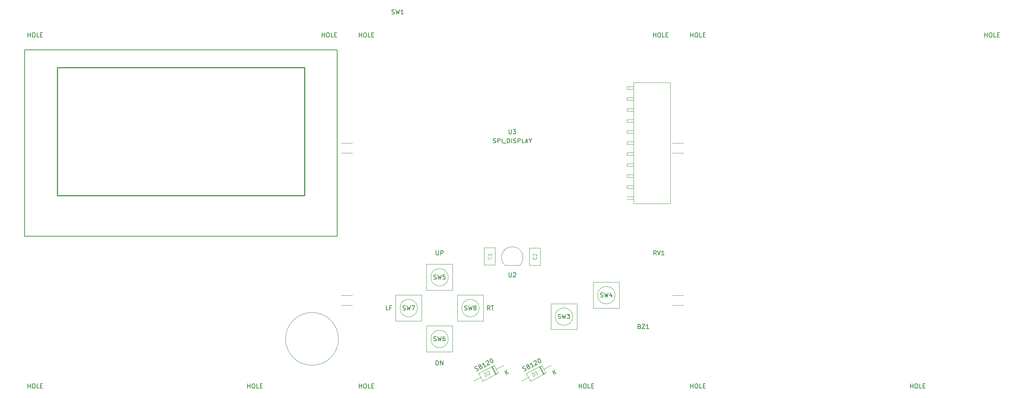
<source format=gbr>
G04 #@! TF.GenerationSoftware,KiCad,Pcbnew,(5.1.9-0-10_14)*
G04 #@! TF.CreationDate,2021-02-12T07:08:18-08:00*
G04 #@! TF.ProjectId,system,73797374-656d-42e6-9b69-6361645f7063,1.0-dev2*
G04 #@! TF.SameCoordinates,Original*
G04 #@! TF.FileFunction,Other,Fab,Top*
%FSLAX46Y46*%
G04 Gerber Fmt 4.6, Leading zero omitted, Abs format (unit mm)*
G04 Created by KiCad (PCBNEW (5.1.9-0-10_14)) date 2021-02-12 07:08:18*
%MOMM*%
%LPD*%
G01*
G04 APERTURE LIST*
%ADD10C,0.120000*%
%ADD11C,0.150000*%
%ADD12C,0.250000*%
%ADD13C,0.100000*%
G04 APERTURE END LIST*
D10*
X99635500Y-140208000D02*
G75*
G03*
X99635500Y-140208000I-6100000J0D01*
G01*
D11*
X27309500Y-73496000D02*
X99309500Y-73496000D01*
X27309500Y-116496000D02*
X99309500Y-116496000D01*
X99309500Y-73496000D02*
X99309500Y-116496000D01*
X27309500Y-73496000D02*
X27309500Y-116496000D01*
D12*
X34809500Y-77596000D02*
X91809500Y-77596000D01*
X34809500Y-107096000D02*
X91809500Y-107096000D01*
X34809500Y-77596000D02*
X34809500Y-107096000D01*
X91809500Y-77596000D02*
X91809500Y-107096000D01*
D13*
X148602000Y-135053000D02*
X148602000Y-132053000D01*
X148602000Y-132053000D02*
X154602000Y-132053000D01*
X154602000Y-132053000D02*
X154602000Y-138053000D01*
X154602000Y-138053000D02*
X148602000Y-138053000D01*
X148602000Y-138053000D02*
X148602000Y-135053000D01*
X153617564Y-135053000D02*
G75*
G03*
X153617564Y-135053000I-2015564J0D01*
G01*
X158381000Y-130100000D02*
X158381000Y-127100000D01*
X158381000Y-127100000D02*
X164381000Y-127100000D01*
X164381000Y-127100000D02*
X164381000Y-133100000D01*
X164381000Y-133100000D02*
X158381000Y-133100000D01*
X158381000Y-133100000D02*
X158381000Y-130100000D01*
X163396564Y-130100000D02*
G75*
G03*
X163396564Y-130100000I-2015564J0D01*
G01*
X119936000Y-125984000D02*
X119936000Y-122984000D01*
X119936000Y-122984000D02*
X125936000Y-122984000D01*
X125936000Y-122984000D02*
X125936000Y-128984000D01*
X125936000Y-128984000D02*
X119936000Y-128984000D01*
X119936000Y-128984000D02*
X119936000Y-125984000D01*
X124951564Y-125984000D02*
G75*
G03*
X124951564Y-125984000I-2015564J0D01*
G01*
X125936000Y-140208000D02*
X125936000Y-143208000D01*
X125936000Y-143208000D02*
X119936000Y-143208000D01*
X119936000Y-143208000D02*
X119936000Y-137208000D01*
X119936000Y-137208000D02*
X125936000Y-137208000D01*
X125936000Y-137208000D02*
X125936000Y-140208000D01*
X124951564Y-140208000D02*
G75*
G03*
X124951564Y-140208000I-2015564J0D01*
G01*
X112824000Y-133096000D02*
X112824000Y-130096000D01*
X112824000Y-130096000D02*
X118824000Y-130096000D01*
X118824000Y-130096000D02*
X118824000Y-136096000D01*
X118824000Y-136096000D02*
X112824000Y-136096000D01*
X112824000Y-136096000D02*
X112824000Y-133096000D01*
X117839564Y-133096000D02*
G75*
G03*
X117839564Y-133096000I-2015564J0D01*
G01*
X133048000Y-133096000D02*
X133048000Y-136096000D01*
X133048000Y-136096000D02*
X127048000Y-136096000D01*
X127048000Y-136096000D02*
X127048000Y-130096000D01*
X127048000Y-130096000D02*
X133048000Y-130096000D01*
X133048000Y-130096000D02*
X133048000Y-133096000D01*
X132063564Y-133096000D02*
G75*
G03*
X132063564Y-133096000I-2015564J0D01*
G01*
X179165000Y-130175000D02*
X176625000Y-130175000D01*
X179165000Y-132461000D02*
X176625000Y-132461000D01*
X179165000Y-97282000D02*
X176625000Y-97282000D01*
X179165000Y-94996000D02*
X176625000Y-94996000D01*
X100235000Y-97282000D02*
X102775000Y-97282000D01*
X100235000Y-94996000D02*
X102775000Y-94996000D01*
X100235000Y-130175000D02*
X102775000Y-130175000D01*
X100235000Y-132461000D02*
X102775000Y-132461000D01*
X166116000Y-105456000D02*
X167636000Y-105456000D01*
X167636000Y-104856000D02*
X166116000Y-104856000D01*
X166116000Y-100376000D02*
X167636000Y-100376000D01*
X166116000Y-99776000D02*
X166116000Y-100376000D01*
X167636000Y-99776000D02*
X166116000Y-99776000D01*
X167636000Y-102316000D02*
X166116000Y-102316000D01*
X166116000Y-102916000D02*
X167636000Y-102916000D01*
X166116000Y-104856000D02*
X166116000Y-105456000D01*
X167640000Y-96266000D02*
X167636000Y-97236000D01*
X167636000Y-108966000D02*
X167636000Y-97236000D01*
X176146000Y-96266000D02*
X176146000Y-108966000D01*
X176146000Y-108966000D02*
X167636000Y-108966000D01*
X166116000Y-102316000D02*
X166116000Y-102916000D01*
X166116000Y-97236000D02*
X166116000Y-97836000D01*
X166116000Y-97836000D02*
X167636000Y-97836000D01*
X167636000Y-97236000D02*
X166116000Y-97236000D01*
X166116000Y-81996000D02*
X166116000Y-82596000D01*
X166116000Y-82596000D02*
X167636000Y-82596000D01*
X167636000Y-81996000D02*
X166116000Y-81996000D01*
X166116000Y-94696000D02*
X166116000Y-95296000D01*
X167636000Y-94696000D02*
X166116000Y-94696000D01*
X166116000Y-95296000D02*
X167636000Y-95296000D01*
X176146000Y-81026000D02*
X167640000Y-81026000D01*
X166116000Y-84536000D02*
X166116000Y-85136000D01*
X167636000Y-84536000D02*
X166116000Y-84536000D01*
X166116000Y-85136000D02*
X167636000Y-85136000D01*
X166116000Y-87076000D02*
X166116000Y-87676000D01*
X167636000Y-87076000D02*
X166116000Y-87076000D01*
X166116000Y-87676000D02*
X167636000Y-87676000D01*
X166116000Y-89616000D02*
X166116000Y-90216000D01*
X167636000Y-89616000D02*
X166116000Y-89616000D01*
X166116000Y-90216000D02*
X167636000Y-90216000D01*
X166116000Y-92156000D02*
X166116000Y-92756000D01*
X167636000Y-92156000D02*
X166116000Y-92156000D01*
X166116000Y-92756000D02*
X167636000Y-92756000D01*
X176146000Y-81026000D02*
X176146000Y-96266000D01*
X167636000Y-96266000D02*
X167636000Y-81996000D01*
X167640000Y-81026000D02*
X167636000Y-81996000D01*
X167636000Y-107396000D02*
X166116000Y-107396000D01*
X166116000Y-107996000D02*
X167636000Y-107996000D01*
X135743000Y-119138000D02*
X133243000Y-119138000D01*
X133243000Y-119138000D02*
X133243000Y-123138000D01*
X133243000Y-123138000D02*
X135743000Y-123138000D01*
X135743000Y-123138000D02*
X135743000Y-119138000D01*
X143657000Y-119178000D02*
X143657000Y-123178000D01*
X146157000Y-119178000D02*
X143657000Y-119178000D01*
X146157000Y-123178000D02*
X146157000Y-119178000D01*
X143657000Y-123178000D02*
X146157000Y-123178000D01*
X147002754Y-148295126D02*
X146079256Y-146521104D01*
X146825351Y-148387476D02*
X145901854Y-146613454D01*
X146914053Y-148341301D02*
X145990555Y-146567279D01*
X141830977Y-149860000D02*
X143436467Y-149024235D01*
X148590000Y-146341476D02*
X146984510Y-147177241D01*
X143898216Y-149911246D02*
X147446259Y-148064252D01*
X142974718Y-148137225D02*
X143898216Y-149911246D01*
X146522762Y-146290230D02*
X142974718Y-148137225D01*
X147446259Y-148064252D02*
X146522762Y-146290230D01*
X136425282Y-148064252D02*
X135501785Y-146290230D01*
X135501785Y-146290230D02*
X131953741Y-148137225D01*
X131953741Y-148137225D02*
X132877239Y-149911246D01*
X132877239Y-149911246D02*
X136425282Y-148064252D01*
X137569023Y-146341476D02*
X135963533Y-147177241D01*
X130810000Y-149860000D02*
X132415490Y-149024235D01*
X135893076Y-148341301D02*
X134969578Y-146567279D01*
X135804374Y-148387476D02*
X134880877Y-146613454D01*
X135981777Y-148295126D02*
X135058279Y-146521104D01*
X137960000Y-123162000D02*
X141460000Y-123162000D01*
X137946375Y-123165625D02*
G75*
G02*
X139700000Y-118932000I1753625J1753625D01*
G01*
X141453625Y-123165625D02*
G75*
G03*
X139700000Y-118932000I-1753625J1753625D01*
G01*
D11*
X138938095Y-91908380D02*
X138938095Y-92717904D01*
X138985714Y-92813142D01*
X139033333Y-92860761D01*
X139128571Y-92908380D01*
X139319047Y-92908380D01*
X139414285Y-92860761D01*
X139461904Y-92813142D01*
X139509523Y-92717904D01*
X139509523Y-91908380D01*
X139890476Y-91908380D02*
X140509523Y-91908380D01*
X140176190Y-92289333D01*
X140319047Y-92289333D01*
X140414285Y-92336952D01*
X140461904Y-92384571D01*
X140509523Y-92479809D01*
X140509523Y-92717904D01*
X140461904Y-92813142D01*
X140414285Y-92860761D01*
X140319047Y-92908380D01*
X140033333Y-92908380D01*
X139938095Y-92860761D01*
X139890476Y-92813142D01*
X135319047Y-94900761D02*
X135461904Y-94948380D01*
X135700000Y-94948380D01*
X135795238Y-94900761D01*
X135842857Y-94853142D01*
X135890476Y-94757904D01*
X135890476Y-94662666D01*
X135842857Y-94567428D01*
X135795238Y-94519809D01*
X135700000Y-94472190D01*
X135509523Y-94424571D01*
X135414285Y-94376952D01*
X135366666Y-94329333D01*
X135319047Y-94234095D01*
X135319047Y-94138857D01*
X135366666Y-94043619D01*
X135414285Y-93996000D01*
X135509523Y-93948380D01*
X135747619Y-93948380D01*
X135890476Y-93996000D01*
X136319047Y-94948380D02*
X136319047Y-93948380D01*
X136700000Y-93948380D01*
X136795238Y-93996000D01*
X136842857Y-94043619D01*
X136890476Y-94138857D01*
X136890476Y-94281714D01*
X136842857Y-94376952D01*
X136795238Y-94424571D01*
X136700000Y-94472190D01*
X136319047Y-94472190D01*
X137319047Y-94948380D02*
X137319047Y-93948380D01*
X137557142Y-95043619D02*
X138319047Y-95043619D01*
X138557142Y-94948380D02*
X138557142Y-93948380D01*
X138795238Y-93948380D01*
X138938095Y-93996000D01*
X139033333Y-94091238D01*
X139080952Y-94186476D01*
X139128571Y-94376952D01*
X139128571Y-94519809D01*
X139080952Y-94710285D01*
X139033333Y-94805523D01*
X138938095Y-94900761D01*
X138795238Y-94948380D01*
X138557142Y-94948380D01*
X139557142Y-94948380D02*
X139557142Y-93948380D01*
X139985714Y-94900761D02*
X140128571Y-94948380D01*
X140366666Y-94948380D01*
X140461904Y-94900761D01*
X140509523Y-94853142D01*
X140557142Y-94757904D01*
X140557142Y-94662666D01*
X140509523Y-94567428D01*
X140461904Y-94519809D01*
X140366666Y-94472190D01*
X140176190Y-94424571D01*
X140080952Y-94376952D01*
X140033333Y-94329333D01*
X139985714Y-94234095D01*
X139985714Y-94138857D01*
X140033333Y-94043619D01*
X140080952Y-93996000D01*
X140176190Y-93948380D01*
X140414285Y-93948380D01*
X140557142Y-93996000D01*
X140985714Y-94948380D02*
X140985714Y-93948380D01*
X141366666Y-93948380D01*
X141461904Y-93996000D01*
X141509523Y-94043619D01*
X141557142Y-94138857D01*
X141557142Y-94281714D01*
X141509523Y-94376952D01*
X141461904Y-94424571D01*
X141366666Y-94472190D01*
X140985714Y-94472190D01*
X142461904Y-94948380D02*
X141985714Y-94948380D01*
X141985714Y-93948380D01*
X142747619Y-94662666D02*
X143223809Y-94662666D01*
X142652380Y-94948380D02*
X142985714Y-93948380D01*
X143319047Y-94948380D01*
X143842857Y-94472190D02*
X143842857Y-94948380D01*
X143509523Y-93948380D02*
X143842857Y-94472190D01*
X144176190Y-93948380D01*
X150268666Y-135457761D02*
X150411523Y-135505380D01*
X150649619Y-135505380D01*
X150744857Y-135457761D01*
X150792476Y-135410142D01*
X150840095Y-135314904D01*
X150840095Y-135219666D01*
X150792476Y-135124428D01*
X150744857Y-135076809D01*
X150649619Y-135029190D01*
X150459142Y-134981571D01*
X150363904Y-134933952D01*
X150316285Y-134886333D01*
X150268666Y-134791095D01*
X150268666Y-134695857D01*
X150316285Y-134600619D01*
X150363904Y-134553000D01*
X150459142Y-134505380D01*
X150697238Y-134505380D01*
X150840095Y-134553000D01*
X151173428Y-134505380D02*
X151411523Y-135505380D01*
X151602000Y-134791095D01*
X151792476Y-135505380D01*
X152030571Y-134505380D01*
X152316285Y-134505380D02*
X152935333Y-134505380D01*
X152602000Y-134886333D01*
X152744857Y-134886333D01*
X152840095Y-134933952D01*
X152887714Y-134981571D01*
X152935333Y-135076809D01*
X152935333Y-135314904D01*
X152887714Y-135410142D01*
X152840095Y-135457761D01*
X152744857Y-135505380D01*
X152459142Y-135505380D01*
X152363904Y-135457761D01*
X152316285Y-135410142D01*
X160047666Y-130504761D02*
X160190523Y-130552380D01*
X160428619Y-130552380D01*
X160523857Y-130504761D01*
X160571476Y-130457142D01*
X160619095Y-130361904D01*
X160619095Y-130266666D01*
X160571476Y-130171428D01*
X160523857Y-130123809D01*
X160428619Y-130076190D01*
X160238142Y-130028571D01*
X160142904Y-129980952D01*
X160095285Y-129933333D01*
X160047666Y-129838095D01*
X160047666Y-129742857D01*
X160095285Y-129647619D01*
X160142904Y-129600000D01*
X160238142Y-129552380D01*
X160476238Y-129552380D01*
X160619095Y-129600000D01*
X160952428Y-129552380D02*
X161190523Y-130552380D01*
X161381000Y-129838095D01*
X161571476Y-130552380D01*
X161809571Y-129552380D01*
X162619095Y-129885714D02*
X162619095Y-130552380D01*
X162381000Y-129504761D02*
X162142904Y-130219047D01*
X162761952Y-130219047D01*
X122150285Y-119848380D02*
X122150285Y-120657904D01*
X122197904Y-120753142D01*
X122245523Y-120800761D01*
X122340761Y-120848380D01*
X122531238Y-120848380D01*
X122626476Y-120800761D01*
X122674095Y-120753142D01*
X122721714Y-120657904D01*
X122721714Y-119848380D01*
X123197904Y-120848380D02*
X123197904Y-119848380D01*
X123578857Y-119848380D01*
X123674095Y-119896000D01*
X123721714Y-119943619D01*
X123769333Y-120038857D01*
X123769333Y-120181714D01*
X123721714Y-120276952D01*
X123674095Y-120324571D01*
X123578857Y-120372190D01*
X123197904Y-120372190D01*
X121602666Y-126388761D02*
X121745523Y-126436380D01*
X121983619Y-126436380D01*
X122078857Y-126388761D01*
X122126476Y-126341142D01*
X122174095Y-126245904D01*
X122174095Y-126150666D01*
X122126476Y-126055428D01*
X122078857Y-126007809D01*
X121983619Y-125960190D01*
X121793142Y-125912571D01*
X121697904Y-125864952D01*
X121650285Y-125817333D01*
X121602666Y-125722095D01*
X121602666Y-125626857D01*
X121650285Y-125531619D01*
X121697904Y-125484000D01*
X121793142Y-125436380D01*
X122031238Y-125436380D01*
X122174095Y-125484000D01*
X122507428Y-125436380D02*
X122745523Y-126436380D01*
X122936000Y-125722095D01*
X123126476Y-126436380D01*
X123364571Y-125436380D01*
X124221714Y-125436380D02*
X123745523Y-125436380D01*
X123697904Y-125912571D01*
X123745523Y-125864952D01*
X123840761Y-125817333D01*
X124078857Y-125817333D01*
X124174095Y-125864952D01*
X124221714Y-125912571D01*
X124269333Y-126007809D01*
X124269333Y-126245904D01*
X124221714Y-126341142D01*
X124174095Y-126388761D01*
X124078857Y-126436380D01*
X123840761Y-126436380D01*
X123745523Y-126388761D01*
X123697904Y-126341142D01*
X122150285Y-146248380D02*
X122150285Y-145248380D01*
X122388380Y-145248380D01*
X122531238Y-145296000D01*
X122626476Y-145391238D01*
X122674095Y-145486476D01*
X122721714Y-145676952D01*
X122721714Y-145819809D01*
X122674095Y-146010285D01*
X122626476Y-146105523D01*
X122531238Y-146200761D01*
X122388380Y-146248380D01*
X122150285Y-146248380D01*
X123150285Y-146248380D02*
X123150285Y-145248380D01*
X123721714Y-146248380D01*
X123721714Y-145248380D01*
X121602666Y-140612761D02*
X121745523Y-140660380D01*
X121983619Y-140660380D01*
X122078857Y-140612761D01*
X122126476Y-140565142D01*
X122174095Y-140469904D01*
X122174095Y-140374666D01*
X122126476Y-140279428D01*
X122078857Y-140231809D01*
X121983619Y-140184190D01*
X121793142Y-140136571D01*
X121697904Y-140088952D01*
X121650285Y-140041333D01*
X121602666Y-139946095D01*
X121602666Y-139850857D01*
X121650285Y-139755619D01*
X121697904Y-139708000D01*
X121793142Y-139660380D01*
X122031238Y-139660380D01*
X122174095Y-139708000D01*
X122507428Y-139660380D02*
X122745523Y-140660380D01*
X122936000Y-139946095D01*
X123126476Y-140660380D01*
X123364571Y-139660380D01*
X124174095Y-139660380D02*
X123983619Y-139660380D01*
X123888380Y-139708000D01*
X123840761Y-139755619D01*
X123745523Y-139898476D01*
X123697904Y-140088952D01*
X123697904Y-140469904D01*
X123745523Y-140565142D01*
X123793142Y-140612761D01*
X123888380Y-140660380D01*
X124078857Y-140660380D01*
X124174095Y-140612761D01*
X124221714Y-140565142D01*
X124269333Y-140469904D01*
X124269333Y-140231809D01*
X124221714Y-140136571D01*
X124174095Y-140088952D01*
X124078857Y-140041333D01*
X123888380Y-140041333D01*
X123793142Y-140088952D01*
X123745523Y-140136571D01*
X123697904Y-140231809D01*
X111132952Y-133548380D02*
X110656761Y-133548380D01*
X110656761Y-132548380D01*
X111799619Y-133024571D02*
X111466285Y-133024571D01*
X111466285Y-133548380D02*
X111466285Y-132548380D01*
X111942476Y-132548380D01*
X114490666Y-133500761D02*
X114633523Y-133548380D01*
X114871619Y-133548380D01*
X114966857Y-133500761D01*
X115014476Y-133453142D01*
X115062095Y-133357904D01*
X115062095Y-133262666D01*
X115014476Y-133167428D01*
X114966857Y-133119809D01*
X114871619Y-133072190D01*
X114681142Y-133024571D01*
X114585904Y-132976952D01*
X114538285Y-132929333D01*
X114490666Y-132834095D01*
X114490666Y-132738857D01*
X114538285Y-132643619D01*
X114585904Y-132596000D01*
X114681142Y-132548380D01*
X114919238Y-132548380D01*
X115062095Y-132596000D01*
X115395428Y-132548380D02*
X115633523Y-133548380D01*
X115824000Y-132834095D01*
X116014476Y-133548380D01*
X116252571Y-132548380D01*
X116538285Y-132548380D02*
X117204952Y-132548380D01*
X116776380Y-133548380D01*
X134548571Y-133548380D02*
X134215238Y-133072190D01*
X133977142Y-133548380D02*
X133977142Y-132548380D01*
X134358095Y-132548380D01*
X134453333Y-132596000D01*
X134500952Y-132643619D01*
X134548571Y-132738857D01*
X134548571Y-132881714D01*
X134500952Y-132976952D01*
X134453333Y-133024571D01*
X134358095Y-133072190D01*
X133977142Y-133072190D01*
X134834285Y-132548380D02*
X135405714Y-132548380D01*
X135120000Y-133548380D02*
X135120000Y-132548380D01*
X128714666Y-133500761D02*
X128857523Y-133548380D01*
X129095619Y-133548380D01*
X129190857Y-133500761D01*
X129238476Y-133453142D01*
X129286095Y-133357904D01*
X129286095Y-133262666D01*
X129238476Y-133167428D01*
X129190857Y-133119809D01*
X129095619Y-133072190D01*
X128905142Y-133024571D01*
X128809904Y-132976952D01*
X128762285Y-132929333D01*
X128714666Y-132834095D01*
X128714666Y-132738857D01*
X128762285Y-132643619D01*
X128809904Y-132596000D01*
X128905142Y-132548380D01*
X129143238Y-132548380D01*
X129286095Y-132596000D01*
X129619428Y-132548380D02*
X129857523Y-133548380D01*
X130048000Y-132834095D01*
X130238476Y-133548380D01*
X130476571Y-132548380D01*
X131000380Y-132976952D02*
X130905142Y-132929333D01*
X130857523Y-132881714D01*
X130809904Y-132786476D01*
X130809904Y-132738857D01*
X130857523Y-132643619D01*
X130905142Y-132596000D01*
X131000380Y-132548380D01*
X131190857Y-132548380D01*
X131286095Y-132596000D01*
X131333714Y-132643619D01*
X131381333Y-132738857D01*
X131381333Y-132786476D01*
X131333714Y-132881714D01*
X131286095Y-132929333D01*
X131190857Y-132976952D01*
X131000380Y-132976952D01*
X130905142Y-133024571D01*
X130857523Y-133072190D01*
X130809904Y-133167428D01*
X130809904Y-133357904D01*
X130857523Y-133453142D01*
X130905142Y-133500761D01*
X131000380Y-133548380D01*
X131190857Y-133548380D01*
X131286095Y-133500761D01*
X131333714Y-133453142D01*
X131381333Y-133357904D01*
X131381333Y-133167428D01*
X131333714Y-133072190D01*
X131286095Y-133024571D01*
X131190857Y-132976952D01*
X248632833Y-70556380D02*
X248632833Y-69556380D01*
X248632833Y-70032571D02*
X249204261Y-70032571D01*
X249204261Y-70556380D02*
X249204261Y-69556380D01*
X249870928Y-69556380D02*
X250061404Y-69556380D01*
X250156642Y-69604000D01*
X250251880Y-69699238D01*
X250299500Y-69889714D01*
X250299500Y-70223047D01*
X250251880Y-70413523D01*
X250156642Y-70508761D01*
X250061404Y-70556380D01*
X249870928Y-70556380D01*
X249775690Y-70508761D01*
X249680452Y-70413523D01*
X249632833Y-70223047D01*
X249632833Y-69889714D01*
X249680452Y-69699238D01*
X249775690Y-69604000D01*
X249870928Y-69556380D01*
X251204261Y-70556380D02*
X250728071Y-70556380D01*
X250728071Y-69556380D01*
X251537595Y-70032571D02*
X251870928Y-70032571D01*
X252013785Y-70556380D02*
X251537595Y-70556380D01*
X251537595Y-69556380D01*
X252013785Y-69556380D01*
X231487833Y-151582380D02*
X231487833Y-150582380D01*
X231487833Y-151058571D02*
X232059261Y-151058571D01*
X232059261Y-151582380D02*
X232059261Y-150582380D01*
X232725928Y-150582380D02*
X232916404Y-150582380D01*
X233011642Y-150630000D01*
X233106880Y-150725238D01*
X233154500Y-150915714D01*
X233154500Y-151249047D01*
X233106880Y-151439523D01*
X233011642Y-151534761D01*
X232916404Y-151582380D01*
X232725928Y-151582380D01*
X232630690Y-151534761D01*
X232535452Y-151439523D01*
X232487833Y-151249047D01*
X232487833Y-150915714D01*
X232535452Y-150725238D01*
X232630690Y-150630000D01*
X232725928Y-150582380D01*
X234059261Y-151582380D02*
X233583071Y-151582380D01*
X233583071Y-150582380D01*
X234392595Y-151058571D02*
X234725928Y-151058571D01*
X234868785Y-151582380D02*
X234392595Y-151582380D01*
X234392595Y-150582380D01*
X234868785Y-150582380D01*
X180814833Y-70556380D02*
X180814833Y-69556380D01*
X180814833Y-70032571D02*
X181386261Y-70032571D01*
X181386261Y-70556380D02*
X181386261Y-69556380D01*
X182052928Y-69556380D02*
X182243404Y-69556380D01*
X182338642Y-69604000D01*
X182433880Y-69699238D01*
X182481500Y-69889714D01*
X182481500Y-70223047D01*
X182433880Y-70413523D01*
X182338642Y-70508761D01*
X182243404Y-70556380D01*
X182052928Y-70556380D01*
X181957690Y-70508761D01*
X181862452Y-70413523D01*
X181814833Y-70223047D01*
X181814833Y-69889714D01*
X181862452Y-69699238D01*
X181957690Y-69604000D01*
X182052928Y-69556380D01*
X183386261Y-70556380D02*
X182910071Y-70556380D01*
X182910071Y-69556380D01*
X183719595Y-70032571D02*
X184052928Y-70032571D01*
X184195785Y-70556380D02*
X183719595Y-70556380D01*
X183719595Y-69556380D01*
X184195785Y-69556380D01*
X180814833Y-151582380D02*
X180814833Y-150582380D01*
X180814833Y-151058571D02*
X181386261Y-151058571D01*
X181386261Y-151582380D02*
X181386261Y-150582380D01*
X182052928Y-150582380D02*
X182243404Y-150582380D01*
X182338642Y-150630000D01*
X182433880Y-150725238D01*
X182481500Y-150915714D01*
X182481500Y-151249047D01*
X182433880Y-151439523D01*
X182338642Y-151534761D01*
X182243404Y-151582380D01*
X182052928Y-151582380D01*
X181957690Y-151534761D01*
X181862452Y-151439523D01*
X181814833Y-151249047D01*
X181814833Y-150915714D01*
X181862452Y-150725238D01*
X181957690Y-150630000D01*
X182052928Y-150582380D01*
X183386261Y-151582380D02*
X182910071Y-151582380D01*
X182910071Y-150582380D01*
X183719595Y-151058571D02*
X184052928Y-151058571D01*
X184195785Y-151582380D02*
X183719595Y-151582380D01*
X183719595Y-150582380D01*
X184195785Y-150582380D01*
X172886761Y-120848380D02*
X172553428Y-120372190D01*
X172315333Y-120848380D02*
X172315333Y-119848380D01*
X172696285Y-119848380D01*
X172791523Y-119896000D01*
X172839142Y-119943619D01*
X172886761Y-120038857D01*
X172886761Y-120181714D01*
X172839142Y-120276952D01*
X172791523Y-120324571D01*
X172696285Y-120372190D01*
X172315333Y-120372190D01*
X173172476Y-119848380D02*
X173505809Y-120848380D01*
X173839142Y-119848380D01*
X174696285Y-120848380D02*
X174124857Y-120848380D01*
X174410571Y-120848380D02*
X174410571Y-119848380D01*
X174315333Y-119991238D01*
X174220095Y-120086476D01*
X174124857Y-120134095D01*
X95851833Y-70556380D02*
X95851833Y-69556380D01*
X95851833Y-70032571D02*
X96423261Y-70032571D01*
X96423261Y-70556380D02*
X96423261Y-69556380D01*
X97089928Y-69556380D02*
X97280404Y-69556380D01*
X97375642Y-69604000D01*
X97470880Y-69699238D01*
X97518500Y-69889714D01*
X97518500Y-70223047D01*
X97470880Y-70413523D01*
X97375642Y-70508761D01*
X97280404Y-70556380D01*
X97089928Y-70556380D01*
X96994690Y-70508761D01*
X96899452Y-70413523D01*
X96851833Y-70223047D01*
X96851833Y-69889714D01*
X96899452Y-69699238D01*
X96994690Y-69604000D01*
X97089928Y-69556380D01*
X98423261Y-70556380D02*
X97947071Y-70556380D01*
X97947071Y-69556380D01*
X98756595Y-70032571D02*
X99089928Y-70032571D01*
X99232785Y-70556380D02*
X98756595Y-70556380D01*
X98756595Y-69556380D01*
X99232785Y-69556380D01*
X78706833Y-151582380D02*
X78706833Y-150582380D01*
X78706833Y-151058571D02*
X79278261Y-151058571D01*
X79278261Y-151582380D02*
X79278261Y-150582380D01*
X79944928Y-150582380D02*
X80135404Y-150582380D01*
X80230642Y-150630000D01*
X80325880Y-150725238D01*
X80373500Y-150915714D01*
X80373500Y-151249047D01*
X80325880Y-151439523D01*
X80230642Y-151534761D01*
X80135404Y-151582380D01*
X79944928Y-151582380D01*
X79849690Y-151534761D01*
X79754452Y-151439523D01*
X79706833Y-151249047D01*
X79706833Y-150915714D01*
X79754452Y-150725238D01*
X79849690Y-150630000D01*
X79944928Y-150582380D01*
X81278261Y-151582380D02*
X80802071Y-151582380D01*
X80802071Y-150582380D01*
X81611595Y-151058571D02*
X81944928Y-151058571D01*
X82087785Y-151582380D02*
X81611595Y-151582380D01*
X81611595Y-150582380D01*
X82087785Y-150582380D01*
X28033833Y-70556380D02*
X28033833Y-69556380D01*
X28033833Y-70032571D02*
X28605261Y-70032571D01*
X28605261Y-70556380D02*
X28605261Y-69556380D01*
X29271928Y-69556380D02*
X29462404Y-69556380D01*
X29557642Y-69604000D01*
X29652880Y-69699238D01*
X29700500Y-69889714D01*
X29700500Y-70223047D01*
X29652880Y-70413523D01*
X29557642Y-70508761D01*
X29462404Y-70556380D01*
X29271928Y-70556380D01*
X29176690Y-70508761D01*
X29081452Y-70413523D01*
X29033833Y-70223047D01*
X29033833Y-69889714D01*
X29081452Y-69699238D01*
X29176690Y-69604000D01*
X29271928Y-69556380D01*
X30605261Y-70556380D02*
X30129071Y-70556380D01*
X30129071Y-69556380D01*
X30938595Y-70032571D02*
X31271928Y-70032571D01*
X31414785Y-70556380D02*
X30938595Y-70556380D01*
X30938595Y-69556380D01*
X31414785Y-69556380D01*
X28033833Y-151582380D02*
X28033833Y-150582380D01*
X28033833Y-151058571D02*
X28605261Y-151058571D01*
X28605261Y-151582380D02*
X28605261Y-150582380D01*
X29271928Y-150582380D02*
X29462404Y-150582380D01*
X29557642Y-150630000D01*
X29652880Y-150725238D01*
X29700500Y-150915714D01*
X29700500Y-151249047D01*
X29652880Y-151439523D01*
X29557642Y-151534761D01*
X29462404Y-151582380D01*
X29271928Y-151582380D01*
X29176690Y-151534761D01*
X29081452Y-151439523D01*
X29033833Y-151249047D01*
X29033833Y-150915714D01*
X29081452Y-150725238D01*
X29176690Y-150630000D01*
X29271928Y-150582380D01*
X30605261Y-151582380D02*
X30129071Y-151582380D01*
X30129071Y-150582380D01*
X30938595Y-151058571D02*
X31271928Y-151058571D01*
X31414785Y-151582380D02*
X30938595Y-151582380D01*
X30938595Y-150582380D01*
X31414785Y-150582380D01*
X104424333Y-151582380D02*
X104424333Y-150582380D01*
X104424333Y-151058571D02*
X104995761Y-151058571D01*
X104995761Y-151582380D02*
X104995761Y-150582380D01*
X105662428Y-150582380D02*
X105852904Y-150582380D01*
X105948142Y-150630000D01*
X106043380Y-150725238D01*
X106091000Y-150915714D01*
X106091000Y-151249047D01*
X106043380Y-151439523D01*
X105948142Y-151534761D01*
X105852904Y-151582380D01*
X105662428Y-151582380D01*
X105567190Y-151534761D01*
X105471952Y-151439523D01*
X105424333Y-151249047D01*
X105424333Y-150915714D01*
X105471952Y-150725238D01*
X105567190Y-150630000D01*
X105662428Y-150582380D01*
X106995761Y-151582380D02*
X106519571Y-151582380D01*
X106519571Y-150582380D01*
X107329095Y-151058571D02*
X107662428Y-151058571D01*
X107805285Y-151582380D02*
X107329095Y-151582380D01*
X107329095Y-150582380D01*
X107805285Y-150582380D01*
X104424333Y-70556380D02*
X104424333Y-69556380D01*
X104424333Y-70032571D02*
X104995761Y-70032571D01*
X104995761Y-70556380D02*
X104995761Y-69556380D01*
X105662428Y-69556380D02*
X105852904Y-69556380D01*
X105948142Y-69604000D01*
X106043380Y-69699238D01*
X106091000Y-69889714D01*
X106091000Y-70223047D01*
X106043380Y-70413523D01*
X105948142Y-70508761D01*
X105852904Y-70556380D01*
X105662428Y-70556380D01*
X105567190Y-70508761D01*
X105471952Y-70413523D01*
X105424333Y-70223047D01*
X105424333Y-69889714D01*
X105471952Y-69699238D01*
X105567190Y-69604000D01*
X105662428Y-69556380D01*
X106995761Y-70556380D02*
X106519571Y-70556380D01*
X106519571Y-69556380D01*
X107329095Y-70032571D02*
X107662428Y-70032571D01*
X107805285Y-70556380D02*
X107329095Y-70556380D01*
X107329095Y-69556380D01*
X107805285Y-69556380D01*
X155097333Y-151582380D02*
X155097333Y-150582380D01*
X155097333Y-151058571D02*
X155668761Y-151058571D01*
X155668761Y-151582380D02*
X155668761Y-150582380D01*
X156335428Y-150582380D02*
X156525904Y-150582380D01*
X156621142Y-150630000D01*
X156716380Y-150725238D01*
X156764000Y-150915714D01*
X156764000Y-151249047D01*
X156716380Y-151439523D01*
X156621142Y-151534761D01*
X156525904Y-151582380D01*
X156335428Y-151582380D01*
X156240190Y-151534761D01*
X156144952Y-151439523D01*
X156097333Y-151249047D01*
X156097333Y-150915714D01*
X156144952Y-150725238D01*
X156240190Y-150630000D01*
X156335428Y-150582380D01*
X157668761Y-151582380D02*
X157192571Y-151582380D01*
X157192571Y-150582380D01*
X158002095Y-151058571D02*
X158335428Y-151058571D01*
X158478285Y-151582380D02*
X158002095Y-151582380D01*
X158002095Y-150582380D01*
X158478285Y-150582380D01*
X172242333Y-70556380D02*
X172242333Y-69556380D01*
X172242333Y-70032571D02*
X172813761Y-70032571D01*
X172813761Y-70556380D02*
X172813761Y-69556380D01*
X173480428Y-69556380D02*
X173670904Y-69556380D01*
X173766142Y-69604000D01*
X173861380Y-69699238D01*
X173909000Y-69889714D01*
X173909000Y-70223047D01*
X173861380Y-70413523D01*
X173766142Y-70508761D01*
X173670904Y-70556380D01*
X173480428Y-70556380D01*
X173385190Y-70508761D01*
X173289952Y-70413523D01*
X173242333Y-70223047D01*
X173242333Y-69889714D01*
X173289952Y-69699238D01*
X173385190Y-69604000D01*
X173480428Y-69556380D01*
X174813761Y-70556380D02*
X174337571Y-70556380D01*
X174337571Y-69556380D01*
X175147095Y-70032571D02*
X175480428Y-70032571D01*
X175623285Y-70556380D02*
X175147095Y-70556380D01*
X175147095Y-69556380D01*
X175623285Y-69556380D01*
X169045047Y-137342571D02*
X169187904Y-137390190D01*
X169235523Y-137437809D01*
X169283142Y-137533047D01*
X169283142Y-137675904D01*
X169235523Y-137771142D01*
X169187904Y-137818761D01*
X169092666Y-137866380D01*
X168711714Y-137866380D01*
X168711714Y-136866380D01*
X169045047Y-136866380D01*
X169140285Y-136914000D01*
X169187904Y-136961619D01*
X169235523Y-137056857D01*
X169235523Y-137152095D01*
X169187904Y-137247333D01*
X169140285Y-137294952D01*
X169045047Y-137342571D01*
X168711714Y-137342571D01*
X169616476Y-136866380D02*
X170283142Y-136866380D01*
X169616476Y-137866380D01*
X170283142Y-137866380D01*
X171187904Y-137866380D02*
X170616476Y-137866380D01*
X170902190Y-137866380D02*
X170902190Y-136866380D01*
X170806952Y-137009238D01*
X170711714Y-137104476D01*
X170616476Y-137152095D01*
D10*
X134778714Y-121271333D02*
X134816809Y-121309428D01*
X134854904Y-121423714D01*
X134854904Y-121499904D01*
X134816809Y-121614190D01*
X134740619Y-121690380D01*
X134664428Y-121728476D01*
X134512047Y-121766571D01*
X134397761Y-121766571D01*
X134245380Y-121728476D01*
X134169190Y-121690380D01*
X134093000Y-121614190D01*
X134054904Y-121499904D01*
X134054904Y-121423714D01*
X134093000Y-121309428D01*
X134131095Y-121271333D01*
X134854904Y-120509428D02*
X134854904Y-120966571D01*
X134854904Y-120738000D02*
X134054904Y-120738000D01*
X134169190Y-120814190D01*
X134245380Y-120890380D01*
X134283476Y-120966571D01*
X145192714Y-121311333D02*
X145230809Y-121349428D01*
X145268904Y-121463714D01*
X145268904Y-121539904D01*
X145230809Y-121654190D01*
X145154619Y-121730380D01*
X145078428Y-121768476D01*
X144926047Y-121806571D01*
X144811761Y-121806571D01*
X144659380Y-121768476D01*
X144583190Y-121730380D01*
X144507000Y-121654190D01*
X144468904Y-121539904D01*
X144468904Y-121463714D01*
X144507000Y-121349428D01*
X144545095Y-121311333D01*
X144545095Y-121006571D02*
X144507000Y-120968476D01*
X144468904Y-120892285D01*
X144468904Y-120701809D01*
X144507000Y-120625619D01*
X144545095Y-120587523D01*
X144621285Y-120549428D01*
X144697476Y-120549428D01*
X144811761Y-120587523D01*
X145268904Y-121044666D01*
X145268904Y-120549428D01*
D11*
X142454384Y-147601746D02*
X142603088Y-147578021D01*
X142814281Y-147468080D01*
X142876770Y-147381866D01*
X142897021Y-147317639D01*
X142895284Y-147211174D01*
X142851308Y-147126697D01*
X142765093Y-147064207D01*
X142700866Y-147043957D01*
X142594401Y-147045694D01*
X142403458Y-147091408D01*
X142296993Y-147093145D01*
X142232767Y-147072895D01*
X142146552Y-147010405D01*
X142102576Y-146925928D01*
X142100838Y-146819463D01*
X142121089Y-146755236D01*
X142183578Y-146669022D01*
X142394771Y-146559082D01*
X142543475Y-146535356D01*
X143417185Y-146563695D02*
X143565889Y-146539970D01*
X143630116Y-146560220D01*
X143716330Y-146622709D01*
X143782294Y-146749425D01*
X143784032Y-146855891D01*
X143763781Y-146920117D01*
X143701292Y-147006332D01*
X143363383Y-147182236D01*
X142901635Y-146295225D01*
X143197305Y-146141309D01*
X143303770Y-146139572D01*
X143367997Y-146159822D01*
X143454211Y-146222311D01*
X143498187Y-146306789D01*
X143499925Y-146413254D01*
X143479674Y-146477480D01*
X143417185Y-146563695D01*
X143121515Y-146717611D01*
X144715019Y-146478619D02*
X144208155Y-146742475D01*
X144461587Y-146610547D02*
X143999838Y-145723536D01*
X143981325Y-145894228D01*
X143940824Y-146022682D01*
X143878335Y-146108896D01*
X144635155Y-145500181D02*
X144655406Y-145435955D01*
X144717895Y-145349740D01*
X144929088Y-145239800D01*
X145035553Y-145238062D01*
X145099780Y-145258313D01*
X145185994Y-145320802D01*
X145229971Y-145405279D01*
X145253696Y-145553983D01*
X145010689Y-146324703D01*
X145559791Y-146038859D01*
X145647144Y-144866003D02*
X145731622Y-144822027D01*
X145838087Y-144820290D01*
X145902313Y-144840540D01*
X145988528Y-144903030D01*
X146118719Y-145049996D01*
X146228659Y-145261189D01*
X146274372Y-145452132D01*
X146276110Y-145558597D01*
X146255859Y-145622823D01*
X146193370Y-145709038D01*
X146108893Y-145753014D01*
X146002428Y-145754752D01*
X145938201Y-145734501D01*
X145851986Y-145672012D01*
X145721796Y-145525045D01*
X145611855Y-145313852D01*
X145566142Y-145122910D01*
X145564405Y-145016445D01*
X145584655Y-144952218D01*
X145647144Y-144866003D01*
X149397721Y-148460295D02*
X148935973Y-147573285D01*
X149904585Y-148196439D02*
X149260581Y-147887468D01*
X149442836Y-147309428D02*
X149199829Y-148080148D01*
D10*
X144587735Y-148832928D02*
X144218336Y-148123319D01*
X144387290Y-148035367D01*
X144506253Y-148016386D01*
X144609016Y-148048787D01*
X144677988Y-148098779D01*
X144782140Y-148216352D01*
X144834912Y-148317724D01*
X144871482Y-148470478D01*
X144872872Y-148555651D01*
X144840471Y-148658413D01*
X144756689Y-148744975D01*
X144587735Y-148832928D01*
X145669043Y-148270034D02*
X145263553Y-148481119D01*
X145466298Y-148375576D02*
X145096899Y-147665968D01*
X145082088Y-147802521D01*
X145049688Y-147905284D01*
X144999696Y-147974256D01*
D11*
X131433407Y-147601746D02*
X131582111Y-147578021D01*
X131793304Y-147468080D01*
X131855793Y-147381866D01*
X131876044Y-147317639D01*
X131874307Y-147211174D01*
X131830331Y-147126697D01*
X131744116Y-147064207D01*
X131679889Y-147043957D01*
X131573424Y-147045694D01*
X131382481Y-147091408D01*
X131276016Y-147093145D01*
X131211790Y-147072895D01*
X131125575Y-147010405D01*
X131081599Y-146925928D01*
X131079861Y-146819463D01*
X131100112Y-146755236D01*
X131162601Y-146669022D01*
X131373794Y-146559082D01*
X131522498Y-146535356D01*
X132396208Y-146563695D02*
X132544912Y-146539970D01*
X132609139Y-146560220D01*
X132695353Y-146622709D01*
X132761317Y-146749425D01*
X132763055Y-146855891D01*
X132742804Y-146920117D01*
X132680315Y-147006332D01*
X132342406Y-147182236D01*
X131880658Y-146295225D01*
X132176328Y-146141309D01*
X132282793Y-146139572D01*
X132347020Y-146159822D01*
X132433234Y-146222311D01*
X132477210Y-146306789D01*
X132478948Y-146413254D01*
X132458697Y-146477480D01*
X132396208Y-146563695D01*
X132100538Y-146717611D01*
X133694042Y-146478619D02*
X133187178Y-146742475D01*
X133440610Y-146610547D02*
X132978861Y-145723536D01*
X132960348Y-145894228D01*
X132919847Y-146022682D01*
X132857358Y-146108896D01*
X133614178Y-145500181D02*
X133634429Y-145435955D01*
X133696918Y-145349740D01*
X133908111Y-145239800D01*
X134014576Y-145238062D01*
X134078803Y-145258313D01*
X134165017Y-145320802D01*
X134208994Y-145405279D01*
X134232719Y-145553983D01*
X133989712Y-146324703D01*
X134538814Y-146038859D01*
X134626167Y-144866003D02*
X134710645Y-144822027D01*
X134817110Y-144820290D01*
X134881336Y-144840540D01*
X134967551Y-144903030D01*
X135097742Y-145049996D01*
X135207682Y-145261189D01*
X135253395Y-145452132D01*
X135255133Y-145558597D01*
X135234882Y-145622823D01*
X135172393Y-145709038D01*
X135087916Y-145753014D01*
X134981451Y-145754752D01*
X134917224Y-145734501D01*
X134831009Y-145672012D01*
X134700819Y-145525045D01*
X134590878Y-145313852D01*
X134545165Y-145122910D01*
X134543428Y-145016445D01*
X134563678Y-144952218D01*
X134626167Y-144866003D01*
D10*
X133566758Y-148832928D02*
X133197359Y-148123319D01*
X133366313Y-148035367D01*
X133485276Y-148016386D01*
X133588039Y-148048787D01*
X133657011Y-148098779D01*
X133761163Y-148216352D01*
X133813935Y-148317724D01*
X133850505Y-148470478D01*
X133851895Y-148555651D01*
X133819494Y-148658413D01*
X133735712Y-148744975D01*
X133566758Y-148832928D01*
X133908357Y-147839092D02*
X133924558Y-147787711D01*
X133974549Y-147718739D01*
X134143504Y-147630787D01*
X134228676Y-147629397D01*
X134280057Y-147645597D01*
X134349029Y-147695589D01*
X134384210Y-147763171D01*
X134403190Y-147882134D01*
X134208785Y-148498709D01*
X134648066Y-148270034D01*
D11*
X138376744Y-148460295D02*
X137914996Y-147573285D01*
X138883608Y-148196439D02*
X138239604Y-147887468D01*
X138421859Y-147309428D02*
X138178852Y-148080148D01*
X111950666Y-65174761D02*
X112093523Y-65222380D01*
X112331619Y-65222380D01*
X112426857Y-65174761D01*
X112474476Y-65127142D01*
X112522095Y-65031904D01*
X112522095Y-64936666D01*
X112474476Y-64841428D01*
X112426857Y-64793809D01*
X112331619Y-64746190D01*
X112141142Y-64698571D01*
X112045904Y-64650952D01*
X111998285Y-64603333D01*
X111950666Y-64508095D01*
X111950666Y-64412857D01*
X111998285Y-64317619D01*
X112045904Y-64270000D01*
X112141142Y-64222380D01*
X112379238Y-64222380D01*
X112522095Y-64270000D01*
X112855428Y-64222380D02*
X113093523Y-65222380D01*
X113284000Y-64508095D01*
X113474476Y-65222380D01*
X113712571Y-64222380D01*
X114617333Y-65222380D02*
X114045904Y-65222380D01*
X114331619Y-65222380D02*
X114331619Y-64222380D01*
X114236380Y-64365238D01*
X114141142Y-64460476D01*
X114045904Y-64508095D01*
X138938095Y-124928380D02*
X138938095Y-125737904D01*
X138985714Y-125833142D01*
X139033333Y-125880761D01*
X139128571Y-125928380D01*
X139319047Y-125928380D01*
X139414285Y-125880761D01*
X139461904Y-125833142D01*
X139509523Y-125737904D01*
X139509523Y-124928380D01*
X139938095Y-125023619D02*
X139985714Y-124976000D01*
X140080952Y-124928380D01*
X140319047Y-124928380D01*
X140414285Y-124976000D01*
X140461904Y-125023619D01*
X140509523Y-125118857D01*
X140509523Y-125214095D01*
X140461904Y-125356952D01*
X139890476Y-125928380D01*
X140509523Y-125928380D01*
M02*

</source>
